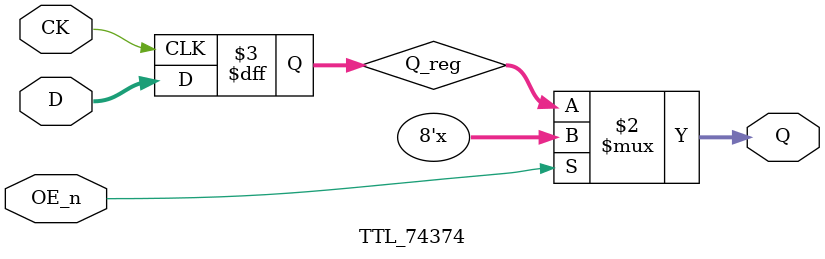
<source format=v>

module TTL_74374 (
    input wire [7:0] D,   // Data inputs
    input wire CK,        // Clock input (Latching on rising edge of CK)
    input wire OE_n,      // Output Enable (active low)
    output wire [7:0] Q   // Outputs
);
    reg [7:0] Q_reg;  // Internal register
   
    // Latch operation on rising edge of CK
    always @(posedge CK) begin
        Q_reg <= D;  // Latch data on rising edge of CK
    end

    // Output control
    // When OC_n is low (active), outputs reflect the latched data
    // When OC_n is high, outputs are in high-impedance state
    assign Q = OE_n ? 8'bz : Q_reg;
    

endmodule

</source>
